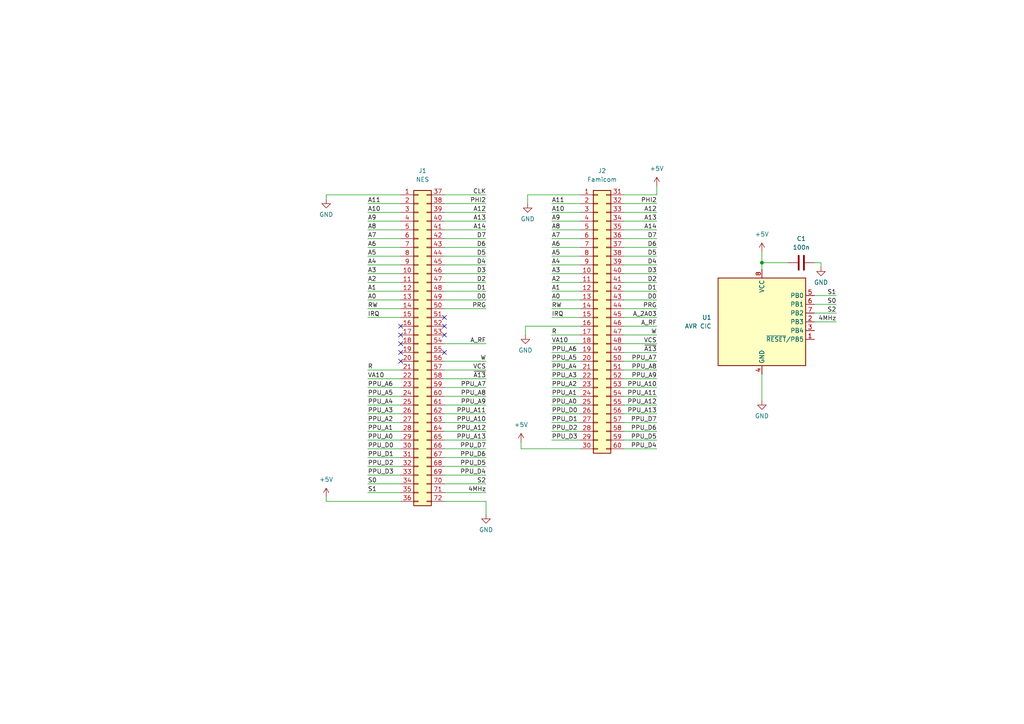
<source format=kicad_sch>
(kicad_sch (version 20211123) (generator eeschema)
  (paper "A4")
  (title_block (title "Famicom to NES Adapter") (date "2022-11-17") (rev "Rev 1.2") (company "Yaroslav Veremenko"))
  (lib_symbols
    (symbol "Connector_Generic:Conn_02x30_Top_Bottom" (pin_names (offset 1.016) hide)
      (property "Reference" "J" (at 1.27 38.1 0))
      (property "Value" "Conn_02x30_Top_Bottom" (at 1.27 -40.64 0))
      (symbol "Conn_02x30_Top_Bottom_1_1"
        (rectangle (start -1.27 -37.973) (end 0 -38.227) (stroke (width 0.1524)))
        (rectangle (start -1.27 -35.433) (end 0 -35.687) (stroke (width 0.1524)))
        (rectangle (start -1.27 -32.893) (end 0 -33.147) (stroke (width 0.1524)))
        (rectangle (start -1.27 -30.353) (end 0 -30.607) (stroke (width 0.1524)))
        (rectangle (start -1.27 -27.813) (end 0 -28.067) (stroke (width 0.1524)))
        (rectangle (start -1.27 -25.273) (end 0 -25.527) (stroke (width 0.1524)))
        (rectangle (start -1.27 -22.733) (end 0 -22.987) (stroke (width 0.1524)))
        (rectangle (start -1.27 -20.193) (end 0 -20.447) (stroke (width 0.1524)))
        (rectangle (start -1.27 -17.653) (end 0 -17.907) (stroke (width 0.1524)))
        (rectangle (start -1.27 -15.113) (end 0 -15.367) (stroke (width 0.1524)))
        (rectangle (start -1.27 -12.573) (end 0 -12.827) (stroke (width 0.1524)))
        (rectangle (start -1.27 -10.033) (end 0 -10.287) (stroke (width 0.1524)))
        (rectangle (start -1.27 -7.493) (end 0 -7.747) (stroke (width 0.1524)))
        (rectangle (start -1.27 -4.953) (end 0 -5.207) (stroke (width 0.1524)))
        (rectangle (start -1.27 -2.413) (end 0 -2.667) (stroke (width 0.1524)))
        (rectangle (start -1.27 0.127) (end 0 -0.127) (stroke (width 0.1524)))
        (rectangle (start -1.27 2.667) (end 0 2.413) (stroke (width 0.1524)))
        (rectangle (start -1.27 5.207) (end 0 4.953) (stroke (width 0.1524)))
        (rectangle (start -1.27 7.747) (end 0 7.493) (stroke (width 0.1524)))
        (rectangle (start -1.27 10.287) (end 0 10.033) (stroke (width 0.1524)))
        (rectangle (start -1.27 12.827) (end 0 12.573) (stroke (width 0.1524)))
        (rectangle (start -1.27 15.367) (end 0 15.113) (stroke (width 0.1524)))
        (rectangle (start -1.27 17.907) (end 0 17.653) (stroke (width 0.1524)))
        (rectangle (start -1.27 20.447) (end 0 20.193) (stroke (width 0.1524)))
        (rectangle (start -1.27 22.987) (end 0 22.733) (stroke (width 0.1524)))
        (rectangle (start -1.27 25.527) (end 0 25.273) (stroke (width 0.1524)))
        (rectangle (start -1.27 28.067) (end 0 27.813) (stroke (width 0.1524)))
        (rectangle (start -1.27 30.607) (end 0 30.353) (stroke (width 0.1524)))
        (rectangle (start -1.27 33.147) (end 0 32.893) (stroke (width 0.1524)))
        (rectangle (start -1.27 35.687) (end 0 35.433) (stroke (width 0.1524)))
        (rectangle (start -1.27 36.83) (end 3.81 -39.37) (stroke (width 0.254)) (fill (type background)))
        (rectangle (start 3.81 -37.973) (end 2.54 -38.227) (stroke (width 0.1524)))
        (rectangle (start 3.81 -35.433) (end 2.54 -35.687) (stroke (width 0.1524)))
        (rectangle (start 3.81 -32.893) (end 2.54 -33.147) (stroke (width 0.1524)))
        (rectangle (start 3.81 -30.353) (end 2.54 -30.607) (stroke (width 0.1524)))
        (rectangle (start 3.81 -27.813) (end 2.54 -28.067) (stroke (width 0.1524)))
        (rectangle (start 3.81 -25.273) (end 2.54 -25.527) (stroke (width 0.1524)))
        (rectangle (start 3.81 -22.733) (end 2.54 -22.987) (stroke (width 0.1524)))
        (rectangle (start 3.81 -20.193) (end 2.54 -20.447) (stroke (width 0.1524)))
        (rectangle (start 3.81 -17.653) (end 2.54 -17.907) (stroke (width 0.1524)))
        (rectangle (start 3.81 -15.113) (end 2.54 -15.367) (stroke (width 0.1524)))
        (rectangle (start 3.81 -12.573) (end 2.54 -12.827) (stroke (width 0.1524)))
        (rectangle (start 3.81 -10.033) (end 2.54 -10.287) (stroke (width 0.1524)))
        (rectangle (start 3.81 -7.493) (end 2.54 -7.747) (stroke (width 0.1524)))
        (rectangle (start 3.81 -4.953) (end 2.54 -5.207) (stroke (width 0.1524)))
        (rectangle (start 3.81 -2.413) (end 2.54 -2.667) (stroke (width 0.1524)))
        (rectangle (start 3.81 0.127) (end 2.54 -0.127) (stroke (width 0.1524)))
        (rectangle (start 3.81 2.667) (end 2.54 2.413) (stroke (width 0.1524)))
        (rectangle (start 3.81 5.207) (end 2.54 4.953) (stroke (width 0.1524)))
        (rectangle (start 3.81 7.747) (end 2.54 7.493) (stroke (width 0.1524)))
        (rectangle (start 3.81 10.287) (end 2.54 10.033) (stroke (width 0.1524)))
        (rectangle (start 3.81 12.827) (end 2.54 12.573) (stroke (width 0.1524)))
        (rectangle (start 3.81 15.367) (end 2.54 15.113) (stroke (width 0.1524)))
        (rectangle (start 3.81 17.907) (end 2.54 17.653) (stroke (width 0.1524)))
        (rectangle (start 3.81 20.447) (end 2.54 20.193) (stroke (width 0.1524)))
        (rectangle (start 3.81 22.987) (end 2.54 22.733) (stroke (width 0.1524)))
        (rectangle (start 3.81 25.527) (end 2.54 25.273) (stroke (width 0.1524)))
        (rectangle (start 3.81 28.067) (end 2.54 27.813) (stroke (width 0.1524)))
        (rectangle (start 3.81 30.607) (end 2.54 30.353) (stroke (width 0.1524)))
        (rectangle (start 3.81 33.147) (end 2.54 32.893) (stroke (width 0.1524)))
        (rectangle (start 3.81 35.687) (end 2.54 35.433) (stroke (width 0.1524)))
        (pin passive line (at -5.08 35.56 0) (length 3.81) (name "Pin_1") (number "1"))
        (pin passive line (at -5.08 12.7 0) (length 3.81) (name "Pin_10") (number "10"))
        (pin passive line (at -5.08 10.16 0) (length 3.81) (name "Pin_11") (number "11"))
        (pin passive line (at -5.08 7.62 0) (length 3.81) (name "Pin_12") (number "12"))
        (pin passive line (at -5.08 5.08 0) (length 3.81) (name "Pin_13") (number "13"))
        (pin passive line (at -5.08 2.54 0) (length 3.81) (name "Pin_14") (number "14"))
        (pin passive line (at -5.08 0 0) (length 3.81) (name "Pin_15") (number "15"))
        (pin passive line (at -5.08 -2.54 0) (length 3.81) (name "Pin_16") (number "16"))
        (pin passive line (at -5.08 -5.08 0) (length 3.81) (name "Pin_17") (number "17"))
        (pin passive line (at -5.08 -7.62 0) (length 3.81) (name "Pin_18") (number "18"))
        (pin passive line (at -5.08 -10.16 0) (length 3.81) (name "Pin_19") (number "19"))
        (pin passive line (at -5.08 33.02 0) (length 3.81) (name "Pin_2") (number "2"))
        (pin passive line (at -5.08 -12.7 0) (length 3.81) (name "Pin_20") (number "20"))
        (pin passive line (at -5.08 -15.24 0) (length 3.81) (name "Pin_21") (number "21"))
        (pin passive line (at -5.08 -17.78 0) (length 3.81) (name "Pin_22") (number "22"))
        (pin passive line (at -5.08 -20.32 0) (length 3.81) (name "Pin_23") (number "23"))
        (pin passive line (at -5.08 -22.86 0) (length 3.81) (name "Pin_24") (number "24"))
        (pin passive line (at -5.08 -25.4 0) (length 3.81) (name "Pin_25") (number "25"))
        (pin passive line (at -5.08 -27.94 0) (length 3.81) (name "Pin_26") (number "26"))
        (pin passive line (at -5.08 -30.48 0) (length 3.81) (name "Pin_27") (number "27"))
        (pin passive line (at -5.08 -33.02 0) (length 3.81) (name "Pin_28") (number "28"))
        (pin passive line (at -5.08 -35.56 0) (length 3.81) (name "Pin_29") (number "29"))
        (pin passive line (at -5.08 30.48 0) (length 3.81) (name "Pin_3") (number "3"))
        (pin passive line (at -5.08 -38.1 0) (length 3.81) (name "Pin_30") (number "30"))
        (pin passive line (at 7.62 35.56 180) (length 3.81) (name "Pin_31") (number "31"))
        (pin passive line (at 7.62 33.02 180) (length 3.81) (name "Pin_32") (number "32"))
        (pin passive line (at 7.62 30.48 180) (length 3.81) (name "Pin_33") (number "33"))
        (pin passive line (at 7.62 27.94 180) (length 3.81) (name "Pin_34") (number "34"))
        (pin passive line (at 7.62 25.4 180) (length 3.81) (name "Pin_35") (number "35"))
        (pin passive line (at 7.62 22.86 180) (length 3.81) (name "Pin_36") (number "36"))
        (pin passive line (at 7.62 20.32 180) (length 3.81) (name "Pin_37") (number "37"))
        (pin passive line (at 7.62 17.78 180) (length 3.81) (name "Pin_38") (number "38"))
        (pin passive line (at 7.62 15.24 180) (length 3.81) (name "Pin_39") (number "39"))
        (pin passive line (at -5.08 27.94 0) (length 3.81) (name "Pin_4") (number "4"))
        (pin passive line (at 7.62 12.7 180) (length 3.81) (name "Pin_40") (number "40"))
        (pin passive line (at 7.62 10.16 180) (length 3.81) (name "Pin_41") (number "41"))
        (pin passive line (at 7.62 7.62 180) (length 3.81) (name "Pin_42") (number "42"))
        (pin passive line (at 7.62 5.08 180) (length 3.81) (name "Pin_43") (number "43"))
        (pin passive line (at 7.62 2.54 180) (length 3.81) (name "Pin_44") (number "44"))
        (pin passive line (at 7.62 0 180) (length 3.81) (name "Pin_45") (number "45"))
        (pin passive line (at 7.62 -2.54 180) (length 3.81) (name "Pin_46") (number "46"))
        (pin passive line (at 7.62 -5.08 180) (length 3.81) (name "Pin_47") (number "47"))
        (pin passive line (at 7.62 -7.62 180) (length 3.81) (name "Pin_48") (number "48"))
        (pin passive line (at 7.62 -10.16 180) (length 3.81) (name "Pin_49") (number "49"))
        (pin passive line (at -5.08 25.4 0) (length 3.81) (name "Pin_5") (number "5"))
        (pin passive line (at 7.62 -12.7 180) (length 3.81) (name "Pin_50") (number "50"))
        (pin passive line (at 7.62 -15.24 180) (length 3.81) (name "Pin_51") (number "51"))
        (pin passive line (at 7.62 -17.78 180) (length 3.81) (name "Pin_52") (number "52"))
        (pin passive line (at 7.62 -20.32 180) (length 3.81) (name "Pin_53") (number "53"))
        (pin passive line (at 7.62 -22.86 180) (length 3.81) (name "Pin_54") (number "54"))
        (pin passive line (at 7.62 -25.4 180) (length 3.81) (name "Pin_55") (number "55"))
        (pin passive line (at 7.62 -27.94 180) (length 3.81) (name "Pin_56") (number "56"))
        (pin passive line (at 7.62 -30.48 180) (length 3.81) (name "Pin_57") (number "57"))
        (pin passive line (at 7.62 -33.02 180) (length 3.81) (name "Pin_58") (number "58"))
        (pin passive line (at 7.62 -35.56 180) (length 3.81) (name "Pin_59") (number "59"))
        (pin passive line (at -5.08 22.86 0) (length 3.81) (name "Pin_6") (number "6"))
        (pin passive line (at 7.62 -38.1 180) (length 3.81) (name "Pin_60") (number "60"))
        (pin passive line (at -5.08 20.32 0) (length 3.81) (name "Pin_7") (number "7"))
        (pin passive line (at -5.08 17.78 0) (length 3.81) (name "Pin_8") (number "8"))
        (pin passive line (at -5.08 15.24 0) (length 3.81) (name "Pin_9") (number "9"))
      )
    )
    (symbol "Connector_Generic:Conn_02x36_Top_Bottom" (pin_names (offset 1.016) hide)
      (property "Reference" "J" (at 1.27 45.72 0))
      (property "Value" "Conn_02x36_Top_Bottom" (at 1.27 -48.26 0))
      (symbol "Conn_02x36_Top_Bottom_1_1"
        (rectangle (start -1.27 -45.593) (end 0 -45.847) (stroke (width 0.1524)))
        (rectangle (start -1.27 -43.053) (end 0 -43.307) (stroke (width 0.1524)))
        (rectangle (start -1.27 -40.513) (end 0 -40.767) (stroke (width 0.1524)))
        (rectangle (start -1.27 -37.973) (end 0 -38.227) (stroke (width 0.1524)))
        (rectangle (start -1.27 -35.433) (end 0 -35.687) (stroke (width 0.1524)))
        (rectangle (start -1.27 -32.893) (end 0 -33.147) (stroke (width 0.1524)))
        (rectangle (start -1.27 -30.353) (end 0 -30.607) (stroke (width 0.1524)))
        (rectangle (start -1.27 -27.813) (end 0 -28.067) (stroke (width 0.1524)))
        (rectangle (start -1.27 -25.273) (end 0 -25.527) (stroke (width 0.1524)))
        (rectangle (start -1.27 -22.733) (end 0 -22.987) (stroke (width 0.1524)))
        (rectangle (start -1.27 -20.193) (end 0 -20.447) (stroke (width 0.1524)))
        (rectangle (start -1.27 -17.653) (end 0 -17.907) (stroke (width 0.1524)))
        (rectangle (start -1.27 -15.113) (end 0 -15.367) (stroke (width 0.1524)))
        (rectangle (start -1.27 -12.573) (end 0 -12.827) (stroke (width 0.1524)))
        (rectangle (start -1.27 -10.033) (end 0 -10.287) (stroke (width 0.1524)))
        (rectangle (start -1.27 -7.493) (end 0 -7.747) (stroke (width 0.1524)))
        (rectangle (start -1.27 -4.953) (end 0 -5.207) (stroke (width 0.1524)))
        (rectangle (start -1.27 -2.413) (end 0 -2.667) (stroke (width 0.1524)))
        (rectangle (start -1.27 0.127) (end 0 -0.127) (stroke (width 0.1524)))
        (rectangle (start -1.27 2.667) (end 0 2.413) (stroke (width 0.1524)))
        (rectangle (start -1.27 5.207) (end 0 4.953) (stroke (width 0.1524)))
        (rectangle (start -1.27 7.747) (end 0 7.493) (stroke (width 0.1524)))
        (rectangle (start -1.27 10.287) (end 0 10.033) (stroke (width 0.1524)))
        (rectangle (start -1.27 12.827) (end 0 12.573) (stroke (width 0.1524)))
        (rectangle (start -1.27 15.367) (end 0 15.113) (stroke (width 0.1524)))
        (rectangle (start -1.27 17.907) (end 0 17.653) (stroke (width 0.1524)))
        (rectangle (start -1.27 20.447) (end 0 20.193) (stroke (width 0.1524)))
        (rectangle (start -1.27 22.987) (end 0 22.733) (stroke (width 0.1524)))
        (rectangle (start -1.27 25.527) (end 0 25.273) (stroke (width 0.1524)))
        (rectangle (start -1.27 28.067) (end 0 27.813) (stroke (width 0.1524)))
        (rectangle (start -1.27 30.607) (end 0 30.353) (stroke (width 0.1524)))
        (rectangle (start -1.27 33.147) (end 0 32.893) (stroke (width 0.1524)))
        (rectangle (start -1.27 35.687) (end 0 35.433) (stroke (width 0.1524)))
        (rectangle (start -1.27 38.227) (end 0 37.973) (stroke (width 0.1524)))
        (rectangle (start -1.27 40.767) (end 0 40.513) (stroke (width 0.1524)))
        (rectangle (start -1.27 43.307) (end 0 43.053) (stroke (width 0.1524)))
        (rectangle (start -1.27 44.45) (end 3.81 -46.99) (stroke (width 0.254)) (fill (type background)))
        (rectangle (start 3.81 -45.593) (end 2.54 -45.847) (stroke (width 0.1524)))
        (rectangle (start 3.81 -43.053) (end 2.54 -43.307) (stroke (width 0.1524)))
        (rectangle (start 3.81 -40.513) (end 2.54 -40.767) (stroke (width 0.1524)))
        (rectangle (start 3.81 -37.973) (end 2.54 -38.227) (stroke (width 0.1524)))
        (rectangle (start 3.81 -35.433) (end 2.54 -35.687) (stroke (width 0.1524)))
        (rectangle (start 3.81 -32.893) (end 2.54 -33.147) (stroke (width 0.1524)))
        (rectangle (start 3.81 -30.353) (end 2.54 -30.607) (stroke (width 0.1524)))
        (rectangle (start 3.81 -27.813) (end 2.54 -28.067) (stroke (width 0.1524)))
        (rectangle (start 3.81 -25.273) (end 2.54 -25.527) (stroke (width 0.1524)))
        (rectangle (start 3.81 -22.733) (end 2.54 -22.987) (stroke (width 0.1524)))
        (rectangle (start 3.81 -20.193) (end 2.54 -20.447) (stroke (width 0.1524)))
        (rectangle (start 3.81 -17.653) (end 2.54 -17.907) (stroke (width 0.1524)))
        (rectangle (start 3.81 -15.113) (end 2.54 -15.367) (stroke (width 0.1524)))
        (rectangle (start 3.81 -12.573) (end 2.54 -12.827) (stroke (width 0.1524)))
        (rectangle (start 3.81 -10.033) (end 2.54 -10.287) (stroke (width 0.1524)))
        (rectangle (start 3.81 -7.493) (end 2.54 -7.747) (stroke (width 0.1524)))
        (rectangle (start 3.81 -4.953) (end 2.54 -5.207) (stroke (width 0.1524)))
        (rectangle (start 3.81 -2.413) (end 2.54 -2.667) (stroke (width 0.1524)))
        (rectangle (start 3.81 0.127) (end 2.54 -0.127) (stroke (width 0.1524)))
        (rectangle (start 3.81 2.667) (end 2.54 2.413) (stroke (width 0.1524)))
        (rectangle (start 3.81 5.207) (end 2.54 4.953) (stroke (width 0.1524)))
        (rectangle (start 3.81 7.747) (end 2.54 7.493) (stroke (width 0.1524)))
        (rectangle (start 3.81 10.287) (end 2.54 10.033) (stroke (width 0.1524)))
        (rectangle (start 3.81 12.827) (end 2.54 12.573) (stroke (width 0.1524)))
        (rectangle (start 3.81 15.367) (end 2.54 15.113) (stroke (width 0.1524)))
        (rectangle (start 3.81 17.907) (end 2.54 17.653) (stroke (width 0.1524)))
        (rectangle (start 3.81 20.447) (end 2.54 20.193) (stroke (width 0.1524)))
        (rectangle (start 3.81 22.987) (end 2.54 22.733) (stroke (width 0.1524)))
        (rectangle (start 3.81 25.527) (end 2.54 25.273) (stroke (width 0.1524)))
        (rectangle (start 3.81 28.067) (end 2.54 27.813) (stroke (width 0.1524)))
        (rectangle (start 3.81 30.607) (end 2.54 30.353) (stroke (width 0.1524)))
        (rectangle (start 3.81 33.147) (end 2.54 32.893) (stroke (width 0.1524)))
        (rectangle (start 3.81 35.687) (end 2.54 35.433) (stroke (width 0.1524)))
        (rectangle (start 3.81 38.227) (end 2.54 37.973) (stroke (width 0.1524)))
        (rectangle (start 3.81 40.767) (end 2.54 40.513) (stroke (width 0.1524)))
        (rectangle (start 3.81 43.307) (end 2.54 43.053) (stroke (width 0.1524)))
        (pin passive line (at -5.08 43.18 0) (length 3.81) (name "Pin_1") (number "1"))
        (pin passive line (at -5.08 20.32 0) (length 3.81) (name "Pin_10") (number "10"))
        (pin passive line (at -5.08 17.78 0) (length 3.81) (name "Pin_11") (number "11"))
        (pin passive line (at -5.08 15.24 0) (length 3.81) (name "Pin_12") (number "12"))
        (pin passive line (at -5.08 12.7 0) (length 3.81) (name "Pin_13") (number "13"))
        (pin passive line (at -5.08 10.16 0) (length 3.81) (name "Pin_14") (number "14"))
        (pin passive line (at -5.08 7.62 0) (length 3.81) (name "Pin_15") (number "15"))
        (pin passive line (at -5.08 5.08 0) (length 3.81) (name "Pin_16") (number "16"))
        (pin passive line (at -5.08 2.54 0) (length 3.81) (name "Pin_17") (number "17"))
        (pin passive line (at -5.08 0 0) (length 3.81) (name "Pin_18") (number "18"))
        (pin passive line (at -5.08 -2.54 0) (length 3.81) (name "Pin_19") (number "19"))
        (pin passive line (at -5.08 40.64 0) (length 3.81) (name "Pin_2") (number "2"))
        (pin passive line (at -5.08 -5.08 0) (length 3.81) (name "Pin_20") (number "20"))
        (pin passive line (at -5.08 -7.62 0) (length 3.81) (name "Pin_21") (number "21"))
        (pin passive line (at -5.08 -10.16 0) (length 3.81) (name "Pin_22") (number "22"))
        (pin passive line (at -5.08 -12.7 0) (length 3.81) (name "Pin_23") (number "23"))
        (pin passive line (at -5.08 -15.24 0) (length 3.81) (name "Pin_24") (number "24"))
        (pin passive line (at -5.08 -17.78 0) (length 3.81) (name "Pin_25") (number "25"))
        (pin passive line (at -5.08 -20.32 0) (length 3.81) (name "Pin_26") (number "26"))
        (pin passive line (at -5.08 -22.86 0) (length 3.81) (name "Pin_27") (number "27"))
        (pin passive line (at -5.08 -25.4 0) (length 3.81) (name "Pin_28") (number "28"))
        (pin passive line (at -5.08 -27.94 0) (length 3.81) (name "Pin_29") (number "29"))
        (pin passive line (at -5.08 38.1 0) (length 3.81) (name "Pin_3") (number "3"))
        (pin passive line (at -5.08 -30.48 0) (length 3.81) (name "Pin_30") (number "30"))
        (pin passive line (at -5.08 -33.02 0) (length 3.81) (name "Pin_31") (number "31"))
        (pin passive line (at -5.08 -35.56 0) (length 3.81) (name "Pin_32") (number "32"))
        (pin passive line (at -5.08 -38.1 0) (length 3.81) (name "Pin_33") (number "33"))
        (pin passive line (at -5.08 -40.64 0) (length 3.81) (name "Pin_34") (number "34"))
        (pin passive line (at -5.08 -43.18 0) (length 3.81) (name "Pin_35") (number "35"))
        (pin passive line (at -5.08 -45.72 0) (length 3.81) (name "Pin_36") (number "36"))
        (pin passive line (at 7.62 43.18 180) (length 3.81) (name "Pin_37") (number "37"))
        (pin passive line (at 7.62 40.64 180) (length 3.81) (name "Pin_38") (number "38"))
        (pin passive line (at 7.62 38.1 180) (length 3.81) (name "Pin_39") (number "39"))
        (pin passive line (at -5.08 35.56 0) (length 3.81) (name "Pin_4") (number "4"))
        (pin passive line (at 7.62 35.56 180) (length 3.81) (name "Pin_40") (number "40"))
        (pin passive line (at 7.62 33.02 180) (length 3.81) (name "Pin_41") (number "41"))
        (pin passive line (at 7.62 30.48 180) (length 3.81) (name "Pin_42") (number "42"))
        (pin passive line (at 7.62 27.94 180) (length 3.81) (name "Pin_43") (number "43"))
        (pin passive line (at 7.62 25.4 180) (length 3.81) (name "Pin_44") (number "44"))
        (pin passive line (at 7.62 22.86 180) (length 3.81) (name "Pin_45") (number "45"))
        (pin passive line (at 7.62 20.32 180) (length 3.81) (name "Pin_46") (number "46"))
        (pin passive line (at 7.62 17.78 180) (length 3.81) (name "Pin_47") (number "47"))
        (pin passive line (at 7.62 15.24 180) (length 3.81) (name "Pin_48") (number "48"))
        (pin passive line (at 7.62 12.7 180) (length 3.81) (name "Pin_49") (number "49"))
        (pin passive line (at -5.08 33.02 0) (length 3.81) (name "Pin_5") (number "5"))
        (pin passive line (at 7.62 10.16 180) (length 3.81) (name "Pin_50") (number "50"))
        (pin passive line (at 7.62 7.62 180) (length 3.81) (name "Pin_51") (number "51"))
        (pin passive line (at 7.62 5.08 180) (length 3.81) (name "Pin_52") (number "52"))
        (pin passive line (at 7.62 2.54 180) (length 3.81) (name "Pin_53") (number "53"))
        (pin passive line (at 7.62 0 180) (length 3.81) (name "Pin_54") (number "54"))
        (pin passive line (at 7.62 -2.54 180) (length 3.81) (name "Pin_55") (number "55"))
        (pin passive line (at 7.62 -5.08 180) (length 3.81) (name "Pin_56") (number "56"))
        (pin passive line (at 7.62 -7.62 180) (length 3.81) (name "Pin_57") (number "57"))
        (pin passive line (at 7.62 -10.16 180) (length 3.81) (name "Pin_58") (number "58"))
        (pin passive line (at 7.62 -12.7 180) (length 3.81) (name "Pin_59") (number "59"))
        (pin passive line (at -5.08 30.48 0) (length 3.81) (name "Pin_6") (number "6"))
        (pin passive line (at 7.62 -15.24 180) (length 3.81) (name "Pin_60") (number "60"))
        (pin passive line (at 7.62 -17.78 180) (length 3.81) (name "Pin_61") (number "61"))
        (pin passive line (at 7.62 -20.32 180) (length 3.81) (name "Pin_62") (number "62"))
        (pin passive line (at 7.62 -22.86 180) (length 3.81) (name "Pin_63") (number "63"))
        (pin passive line (at 7.62 -25.4 180) (length 3.81) (name "Pin_64") (number "64"))
        (pin passive line (at 7.62 -27.94 180) (length 3.81) (name "Pin_65") (number "65"))
        (pin passive line (at 7.62 -30.48 180) (length 3.81) (name "Pin_66") (number "66"))
        (pin passive line (at 7.62 -33.02 180) (length 3.81) (name "Pin_67") (number "67"))
        (pin passive line (at 7.62 -35.56 180) (length 3.81) (name "Pin_68") (number "68"))
        (pin passive line (at 7.62 -38.1 180) (length 3.81) (name "Pin_69") (number "69"))
        (pin passive line (at -5.08 27.94 0) (length 3.81) (name "Pin_7") (number "7"))
        (pin passive line (at 7.62 -40.64 180) (length 3.81) (name "Pin_70") (number "70"))
        (pin passive line (at 7.62 -43.18 180) (length 3.81) (name "Pin_71") (number "71"))
        (pin passive line (at 7.62 -45.72 180) (length 3.81) (name "Pin_72") (number "72"))
        (pin passive line (at -5.08 25.4 0) (length 3.81) (name "Pin_8") (number "8"))
        (pin passive line (at -5.08 22.86 0) (length 3.81) (name "Pin_9") (number "9"))
      )
    )
    (symbol "Device:C" (pin_numbers hide) (pin_names (offset 0.254))
      (property "Reference" "C" (at 0.635 2.54 0))
      (property "Value" "C" (at 0.635 -2.54 0))
      (symbol "C_0_1"
        (polyline (pts (xy -2.032 -0.762) (xy 2.032 -0.762)) (stroke (width 0.508)))
        (polyline (pts (xy -2.032 0.762) (xy 2.032 0.762)) (stroke (width 0.508)))
      )
      (symbol "C_1_1"
        (pin passive line (at 0 3.81 270) (length 2.794) (name "~") (number "1"))
        (pin passive line (at 0 -3.81 90) (length 2.794) (name "~") (number "2"))
      )
    )
    (symbol "MCU_Microchip_ATtiny:ATtiny13A-P"
      (property "Reference" "U" (at -12.7 13.97 0))
      (property "Value" "ATtiny13A-P" (at 2.54 -13.97 0))
      (symbol "ATtiny13A-P_0_1"
        (rectangle (start -12.7 -12.7) (end 12.7 12.7) (stroke (width 0.254)) (fill (type background)))
      )
      (symbol "ATtiny13A-P_1_1"
        (pin bidirectional line (at 15.24 -5.08 180) (length 2.54) (name "~{RESET}/PB5") (number "1"))
        (pin bidirectional line (at 15.24 0 180) (length 2.54) (name "PB3") (number "2"))
        (pin bidirectional line (at 15.24 -2.54 180) (length 2.54) (name "PB4") (number "3"))
        (pin power_in line (at 0 -15.24 90) (length 2.54) (name "GND") (number "4"))
        (pin bidirectional line (at 15.24 7.62 180) (length 2.54) (name "PB0") (number "5"))
        (pin bidirectional line (at 15.24 5.08 180) (length 2.54) (name "PB1") (number "6"))
        (pin bidirectional line (at 15.24 2.54 180) (length 2.54) (name "PB2") (number "7"))
        (pin power_in line (at 0 15.24 270) (length 2.54) (name "VCC") (number "8"))
      )
    )
    (symbol "power:+5V" (power) (pin_names (offset 0))
      (property "Value" "+5V" (at 0 3.556 0))
      (symbol "+5V_0_1"
        (polyline (pts (xy -0.762 1.27) (xy 0 2.54)))
        (polyline (pts (xy 0 0) (xy 0 2.54)))
        (polyline (pts (xy 0 2.54) (xy 0.762 1.27)))
      )
      (symbol "+5V_1_1"
        (pin power_in line (at 0 0 90) (length 0) hide (name "+5V") (number "1"))
      )
    )
    (symbol "power:GND" (power) (pin_names (offset 0))
      (property "Value" "GND" (at 0 -3.81 0))
      (symbol "GND_0_1"
        (polyline (pts (xy 0 0) (xy 0 -1.27) (xy 1.27 -1.27) (xy 0 -2.54) (xy -1.27 -1.27) (xy 0 -1.27)))
      )
      (symbol "GND_1_1"
        (pin power_in line (at 0 0 270) (length 0) hide (name "GND") (number "1"))
      )
    )
  )
  (junction (at 220.98 76.2))
  (no_connect (at 116.205 94.615))
  (no_connect (at 116.205 104.775))
  (no_connect (at 116.205 102.235))
  (no_connect (at 116.205 99.695))
  (no_connect (at 116.205 97.155))
  (no_connect (at 128.905 102.235))
  (no_connect (at 128.905 92.075))
  (no_connect (at 128.905 97.155))
  (no_connect (at 128.905 94.615))
  (wire (pts (xy 180.975 112.395) (xy 190.5 112.395)))
  (wire (pts (xy 160.02 92.075) (xy 168.275 92.075)))
  (wire (pts (xy 220.98 76.2) (xy 228.6 76.2)))
  (wire (pts (xy 128.905 132.715) (xy 140.97 132.715)))
  (wire (pts (xy 106.68 92.075) (xy 116.205 92.075)))
  (wire (pts (xy 180.975 89.535) (xy 190.5 89.535)))
  (wire (pts (xy 128.905 145.415) (xy 140.97 145.415)))
  (wire (pts (xy 180.975 81.915) (xy 190.5 81.915)))
  (wire (pts (xy 180.975 114.935) (xy 190.5 114.935)))
  (wire (pts (xy 106.68 69.215) (xy 116.205 69.215)))
  (wire (pts (xy 180.975 59.055) (xy 190.5 59.055)))
  (wire (pts (xy 140.97 145.415) (xy 140.97 149.225)))
  (wire (pts (xy 128.905 117.475) (xy 140.97 117.475)))
  (wire (pts (xy 160.02 107.315) (xy 168.275 107.315)))
  (wire (pts (xy 128.905 76.835) (xy 140.97 76.835)))
  (wire (pts (xy 128.905 109.855) (xy 140.97 109.855)))
  (wire (pts (xy 220.98 108.585) (xy 220.98 116.205)))
  (wire (pts (xy 180.975 102.235) (xy 190.5 102.235)))
  (wire (pts (xy 180.975 66.675) (xy 190.5 66.675)))
  (wire (pts (xy 160.02 84.455) (xy 168.275 84.455)))
  (wire (pts (xy 151.13 130.175) (xy 168.275 130.175)))
  (wire (pts (xy 160.02 127.635) (xy 168.275 127.635)))
  (wire (pts (xy 180.975 127.635) (xy 190.5 127.635)))
  (wire (pts (xy 128.905 112.395) (xy 140.97 112.395)))
  (wire (pts (xy 128.905 99.695) (xy 140.97 99.695)))
  (wire (pts (xy 128.905 89.535) (xy 140.97 89.535)))
  (wire (pts (xy 106.68 79.375) (xy 116.205 79.375)))
  (wire (pts (xy 151.13 128.27) (xy 151.13 130.175)))
  (wire (pts (xy 238.125 76.2) (xy 238.125 77.47)))
  (wire (pts (xy 94.615 145.415) (xy 94.615 144.145)))
  (wire (pts (xy 160.02 76.835) (xy 168.275 76.835)))
  (wire (pts (xy 180.975 125.095) (xy 190.5 125.095)))
  (wire (pts (xy 94.615 57.785) (xy 94.615 56.515)))
  (wire (pts (xy 106.68 120.015) (xy 116.205 120.015)))
  (wire (pts (xy 180.975 76.835) (xy 190.5 76.835)))
  (wire (pts (xy 180.975 79.375) (xy 190.5 79.375)))
  (wire (pts (xy 106.68 59.055) (xy 116.205 59.055)))
  (wire (pts (xy 128.905 56.515) (xy 140.97 56.515)))
  (wire (pts (xy 128.905 81.915) (xy 140.97 81.915)))
  (wire (pts (xy 180.975 99.695) (xy 190.5 99.695)))
  (wire (pts (xy 160.02 104.775) (xy 168.275 104.775)))
  (wire (pts (xy 160.02 66.675) (xy 168.275 66.675)))
  (wire (pts (xy 180.975 64.135) (xy 190.5 64.135)))
  (wire (pts (xy 94.615 56.515) (xy 116.205 56.515)))
  (wire (pts (xy 160.02 117.475) (xy 168.275 117.475)))
  (wire (pts (xy 180.975 109.855) (xy 190.5 109.855)))
  (wire (pts (xy 106.68 137.795) (xy 116.205 137.795)))
  (wire (pts (xy 106.68 76.835) (xy 116.205 76.835)))
  (wire (pts (xy 128.905 125.095) (xy 140.97 125.095)))
  (wire (pts (xy 128.905 122.555) (xy 140.97 122.555)))
  (wire (pts (xy 152.4 94.615) (xy 168.275 94.615)))
  (wire (pts (xy 94.615 145.415) (xy 116.205 145.415)))
  (wire (pts (xy 236.22 88.265) (xy 242.57 88.265)))
  (wire (pts (xy 236.22 93.345) (xy 242.57 93.345)))
  (wire (pts (xy 128.905 79.375) (xy 140.97 79.375)))
  (wire (pts (xy 106.68 122.555) (xy 116.205 122.555)))
  (wire (pts (xy 106.68 109.855) (xy 116.205 109.855)))
  (wire (pts (xy 106.68 140.335) (xy 116.205 140.335)))
  (wire (pts (xy 106.68 117.475) (xy 116.205 117.475)))
  (wire (pts (xy 180.975 97.155) (xy 190.5 97.155)))
  (wire (pts (xy 180.975 107.315) (xy 190.5 107.315)))
  (wire (pts (xy 190.5 56.515) (xy 180.975 56.515)))
  (wire (pts (xy 106.68 142.875) (xy 116.205 142.875)))
  (wire (pts (xy 128.905 140.335) (xy 140.97 140.335)))
  (wire (pts (xy 180.975 94.615) (xy 190.5 94.615)))
  (wire (pts (xy 180.975 117.475) (xy 190.5 117.475)))
  (wire (pts (xy 160.02 109.855) (xy 168.275 109.855)))
  (wire (pts (xy 180.975 61.595) (xy 190.5 61.595)))
  (wire (pts (xy 128.905 69.215) (xy 140.97 69.215)))
  (wire (pts (xy 160.02 61.595) (xy 168.275 61.595)))
  (wire (pts (xy 160.02 59.055) (xy 168.275 59.055)))
  (wire (pts (xy 180.975 92.075) (xy 190.5 92.075)))
  (wire (pts (xy 160.02 120.015) (xy 168.275 120.015)))
  (wire (pts (xy 128.905 104.775) (xy 140.97 104.775)))
  (wire (pts (xy 180.975 104.775) (xy 190.5 104.775)))
  (wire (pts (xy 180.975 120.015) (xy 190.5 120.015)))
  (wire (pts (xy 128.905 142.875) (xy 140.97 142.875)))
  (wire (pts (xy 160.02 89.535) (xy 168.275 89.535)))
  (wire (pts (xy 106.68 127.635) (xy 116.205 127.635)))
  (wire (pts (xy 106.68 107.315) (xy 116.205 107.315)))
  (wire (pts (xy 106.68 74.295) (xy 116.205 74.295)))
  (wire (pts (xy 106.68 86.995) (xy 116.205 86.995)))
  (wire (pts (xy 160.02 71.755) (xy 168.275 71.755)))
  (wire (pts (xy 106.68 84.455) (xy 116.205 84.455)))
  (wire (pts (xy 190.5 53.975) (xy 190.5 56.515)))
  (wire (pts (xy 106.68 89.535) (xy 116.205 89.535)))
  (wire (pts (xy 180.975 74.295) (xy 190.5 74.295)))
  (wire (pts (xy 160.02 81.915) (xy 168.275 81.915)))
  (wire (pts (xy 160.02 86.995) (xy 168.275 86.995)))
  (wire (pts (xy 160.02 64.135) (xy 168.275 64.135)))
  (wire (pts (xy 180.975 130.175) (xy 190.5 130.175)))
  (wire (pts (xy 180.975 86.995) (xy 190.5 86.995)))
  (wire (pts (xy 128.905 114.935) (xy 140.97 114.935)))
  (wire (pts (xy 128.905 66.675) (xy 140.97 66.675)))
  (wire (pts (xy 106.68 112.395) (xy 116.205 112.395)))
  (wire (pts (xy 106.68 135.255) (xy 116.205 135.255)))
  (wire (pts (xy 180.975 71.755) (xy 190.5 71.755)))
  (wire (pts (xy 160.02 112.395) (xy 168.275 112.395)))
  (wire (pts (xy 128.905 120.015) (xy 140.97 120.015)))
  (wire (pts (xy 160.02 125.095) (xy 168.275 125.095)))
  (wire (pts (xy 106.68 114.935) (xy 116.205 114.935)))
  (wire (pts (xy 160.02 79.375) (xy 168.275 79.375)))
  (wire (pts (xy 128.905 86.995) (xy 140.97 86.995)))
  (wire (pts (xy 236.22 85.725) (xy 242.57 85.725)))
  (wire (pts (xy 106.68 66.675) (xy 116.205 66.675)))
  (wire (pts (xy 160.02 102.235) (xy 168.275 102.235)))
  (wire (pts (xy 128.905 84.455) (xy 140.97 84.455)))
  (wire (pts (xy 220.98 73.025) (xy 220.98 76.2)))
  (wire (pts (xy 180.975 122.555) (xy 190.5 122.555)))
  (wire (pts (xy 236.22 90.805) (xy 242.57 90.805)))
  (wire (pts (xy 160.02 74.295) (xy 168.275 74.295)))
  (wire (pts (xy 128.905 127.635) (xy 140.97 127.635)))
  (wire (pts (xy 128.905 107.315) (xy 140.97 107.315)))
  (wire (pts (xy 152.4 94.615) (xy 152.4 97.155)))
  (wire (pts (xy 128.905 71.755) (xy 140.97 71.755)))
  (wire (pts (xy 160.02 69.215) (xy 168.275 69.215)))
  (wire (pts (xy 106.68 64.135) (xy 116.205 64.135)))
  (wire (pts (xy 128.905 64.135) (xy 140.97 64.135)))
  (wire (pts (xy 153.035 56.515) (xy 168.275 56.515)))
  (wire (pts (xy 180.975 84.455) (xy 190.5 84.455)))
  (wire (pts (xy 160.02 97.155) (xy 168.275 97.155)))
  (wire (pts (xy 106.68 125.095) (xy 116.205 125.095)))
  (wire (pts (xy 128.905 130.175) (xy 140.97 130.175)))
  (wire (pts (xy 128.905 61.595) (xy 140.97 61.595)))
  (wire (pts (xy 153.035 56.515) (xy 153.035 59.055)))
  (wire (pts (xy 128.905 137.795) (xy 140.97 137.795)))
  (wire (pts (xy 106.68 71.755) (xy 116.205 71.755)))
  (wire (pts (xy 160.02 114.935) (xy 168.275 114.935)))
  (wire (pts (xy 180.975 69.215) (xy 190.5 69.215)))
  (wire (pts (xy 128.905 135.255) (xy 140.97 135.255)))
  (wire (pts (xy 160.02 99.695) (xy 168.275 99.695)))
  (wire (pts (xy 106.68 132.715) (xy 116.205 132.715)))
  (wire (pts (xy 128.905 74.295) (xy 140.97 74.295)))
  (wire (pts (xy 236.22 76.2) (xy 238.125 76.2)))
  (wire (pts (xy 160.02 122.555) (xy 168.275 122.555)))
  (wire (pts (xy 106.68 130.175) (xy 116.205 130.175)))
  (wire (pts (xy 220.98 76.2) (xy 220.98 78.105)))
  (wire (pts (xy 106.68 61.595) (xy 116.205 61.595)))
  (wire (pts (xy 106.68 81.915) (xy 116.205 81.915)))
  (wire (pts (xy 128.905 59.055) (xy 140.97 59.055)))
  (label "A1" (at 106.68 84.455 0))
  (label "A5" (at 160.02 74.295 0))
  (label "D7" (at 140.97 69.215 180))
  (label "S1" (at 106.68 142.875 0))
  (label "A11" (at 106.68 59.055 0))
  (label "CLK" (at 140.97 56.515 180))
  (label "PPU_A9" (at 190.5 109.855 180))
  (label "A10" (at 160.02 61.595 0))
  (label "PPU_A1" (at 106.68 125.095 0))
  (label "R" (at 106.68 107.315 0))
  (label "PPU_A12" (at 190.5 117.475 180))
  (label "D3" (at 190.5 79.375 180))
  (label "A_RF" (at 190.5 94.615 180))
  (label "PPU_D6" (at 190.5 125.095 180))
  (label "PPU_A10" (at 140.97 122.555 180))
  (label "D6" (at 140.97 71.755 180))
  (label "PPU_D4" (at 140.97 137.795 180))
  (label "PPU_A11" (at 190.5 114.935 180))
  (label "D5" (at 190.5 74.295 180))
  (label "D6" (at 190.5 71.755 180))
  (label "D7" (at 190.5 69.215 180))
  (label "PHI2" (at 140.97 59.055 180))
  (label "PPU_D0" (at 106.68 130.175 0))
  (label "PPU_A5" (at 160.02 104.775 0))
  (label "A9" (at 106.68 64.135 0))
  (label "PPU_D4" (at 190.5 130.175 180))
  (label "A0" (at 160.02 86.995 0))
  (label "PPU_A1" (at 160.02 114.935 0))
  (label "4MHz" (at 242.57 93.345 180))
  (label "A7" (at 160.02 69.215 0))
  (label "D2" (at 140.97 81.915 180))
  (label "PPU_A7" (at 140.97 112.395 180))
  (label "D2" (at 190.5 81.915 180))
  (label "A6" (at 160.02 71.755 0))
  (label "PPU_D5" (at 190.5 127.635 180))
  (label "~{A13}" (at 190.5 102.235 180))
  (label "PPU_A8" (at 190.5 107.315 180))
  (label "S0" (at 242.57 88.265 180))
  (label "RW" (at 106.68 89.535 0))
  (label "D1" (at 140.97 84.455 180))
  (label "PPU_D1" (at 106.68 132.715 0))
  (label "A14" (at 140.97 66.675 180))
  (label "A3" (at 160.02 79.375 0))
  (label "A12" (at 190.5 61.595 180))
  (label "A10" (at 106.68 61.595 0))
  (label "A8" (at 160.02 66.675 0))
  (label "VA10" (at 106.68 109.855 0))
  (label "A11" (at 160.02 59.055 0))
  (label "S2" (at 242.57 90.805 180))
  (label "S2" (at 140.97 140.335 180))
  (label "PPU_D3" (at 160.02 127.635 0))
  (label "A13" (at 140.97 64.135 180))
  (label "R" (at 160.02 97.155 0))
  (label "D4" (at 190.5 76.835 180))
  (label "PPU_A0" (at 160.02 117.475 0))
  (label "PPU_D3" (at 106.68 137.795 0))
  (label "D0" (at 140.97 86.995 180))
  (label "PPU_A7" (at 190.5 104.775 180))
  (label "PPU_D0" (at 160.02 120.015 0))
  (label "D3" (at 140.97 79.375 180))
  (label "A13" (at 190.5 64.135 180))
  (label "~{A13}" (at 140.97 109.855 180))
  (label "PPU_A6" (at 106.68 112.395 0))
  (label "PPU_A4" (at 106.68 117.475 0))
  (label "S0" (at 106.68 140.335 0))
  (label "A2" (at 106.68 81.915 0))
  (label "D1" (at 190.5 84.455 180))
  (label "PRG" (at 190.5 89.535 180))
  (label "PPU_D1" (at 160.02 122.555 0))
  (label "A_2A03" (at 190.5 92.075 180))
  (label "4MHz" (at 140.97 142.875 180))
  (label "W" (at 190.5 97.155 180))
  (label "A1" (at 160.02 84.455 0))
  (label "PPU_A11" (at 140.97 120.015 180))
  (label "A6" (at 106.68 71.755 0))
  (label "A_RF" (at 140.97 99.695 180))
  (label "PPU_D6" (at 140.97 132.715 180))
  (label "PRG" (at 140.97 89.535 180))
  (label "A5" (at 106.68 74.295 0))
  (label "A4" (at 106.68 76.835 0))
  (label "IRQ" (at 160.02 92.075 0))
  (label "A7" (at 106.68 69.215 0))
  (label "PPU_A12" (at 140.97 125.095 180))
  (label "RW" (at 160.02 89.535 0))
  (label "A12" (at 140.97 61.595 180))
  (label "PPU_A9" (at 140.97 117.475 180))
  (label "PPU_D2" (at 106.68 135.255 0))
  (label "A3" (at 106.68 79.375 0))
  (label "PPU_A3" (at 160.02 109.855 0))
  (label "PPU_A3" (at 106.68 120.015 0))
  (label "PPU_D7" (at 190.5 122.555 180))
  (label "PPU_A2" (at 160.02 112.395 0))
  (label "D4" (at 140.97 76.835 180))
  (label "PPU_A8" (at 140.97 114.935 180))
  (label "A9" (at 160.02 64.135 0))
  (label "PHI2" (at 190.5 59.055 180))
  (label "IRQ" (at 106.68 92.075 0))
  (label "A0" (at 106.68 86.995 0))
  (label "D5" (at 140.97 74.295 180))
  (label "A14" (at 190.5 66.675 180))
  (label "S1" (at 242.57 85.725 180))
  (label "D0" (at 190.5 86.995 180))
  (label "PPU_D2" (at 160.02 125.095 0))
  (label "A4" (at 160.02 76.835 0))
  (label "PPU_A13" (at 140.97 127.635 180))
  (label "A2" (at 160.02 81.915 0))
  (label "VCS" (at 190.5 99.695 180))
  (label "VCS" (at 140.97 107.315 180))
  (label "PPU_A10" (at 190.5 112.395 180))
  (label "PPU_A6" (at 160.02 102.235 0))
  (label "A8" (at 106.68 66.675 0))
  (label "PPU_A2" (at 106.68 122.555 0))
  (label "PPU_D7" (at 140.97 130.175 180))
  (label "PPU_A5" (at 106.68 114.935 0))
  (label "W" (at 140.97 104.775 180))
  (label "PPU_A0" (at 106.68 127.635 0))
  (label "PPU_D5" (at 140.97 135.255 180))
  (label "PPU_A13" (at 190.5 120.015 180))
  (label "VA10" (at 160.02 99.695 0))
  (label "PPU_A4" (at 160.02 107.315 0))
  (symbol (lib_id "power:+5V") (at 151.13 128.27 0) (unit 1)
    (property "Reference" "#PWR08" (effects hide))
    (property "Value" "+5V" (at 151.13 123.19 0))
  )
  (symbol (lib_id "Device:C") (at 232.41 76.2 90) (unit 1)
    (property "Reference" "C1" (at 232.41 69.215 90))
    (property "Value" "100n" (at 232.41 71.755 90))
    (property "Footprint" "Capacitor_THT:C_Disc_D4.3mm_W1.9mm_P5.00mm" (effects hide))
  )
  (symbol (lib_id "Connector_Generic:Conn_02x30_Top_Bottom") (at 173.355 92.075 0) (unit 1)
    (property "Reference" "J2" (at 174.625 49.53 0))
    (property "Value" "Famicom" (at 174.625 52.07 0))
    (property "Footprint" "yaros:Famicom-60SocketEdge" (effects hide))
  )
  (symbol (lib_id "power:GND") (at 94.615 57.785 0) (unit 1)
    (property "Reference" "#PWR01" (effects hide))
    (property "Value" "GND" (at 94.615 62.23 0))
  )
  (symbol (lib_id "power:+5V") (at 220.98 73.025 0) (unit 1)
    (property "Reference" "#PWR04" (effects hide))
    (property "Value" "+5V" (at 220.98 67.945 0))
  )
  (symbol (lib_id "power:GND") (at 153.035 59.055 0) (unit 1)
    (property "Reference" "#PWR03" (effects hide))
    (property "Value" "GND" (at 153.035 63.5 0))
  )
  (symbol (lib_id "power:GND") (at 238.125 77.47 0) (unit 1)
    (property "Reference" "#PWR05" (effects hide))
    (property "Value" "GND" (at 238.125 81.915 0))
  )
  (symbol (lib_id "power:GND") (at 140.97 149.225 0) (unit 1)
    (property "Reference" "#PWR010" (effects hide))
    (property "Value" "GND" (at 140.97 153.67 0))
  )
  (symbol (lib_id "power:GND") (at 152.4 97.155 0) (unit 1)
    (property "Reference" "#PWR06" (effects hide))
    (property "Value" "GND" (at 152.4 101.6 0))
  )
  (symbol (lib_id "power:+5V") (at 94.615 144.145 0) (unit 1)
    (property "Reference" "#PWR09" (effects hide))
    (property "Value" "+5V" (at 94.615 139.065 0))
  )
  (symbol (lib_id "power:+5V") (at 190.5 53.975 0) (unit 1)
    (property "Reference" "#PWR02" (effects hide))
    (property "Value" "+5V" (at 190.5 48.895 0))
  )
  (symbol (lib_id "Connector_Generic:Conn_02x36_Top_Bottom") (at 121.285 99.695 0) (unit 1)
    (property "Reference" "J1" (at 122.555 49.53 0))
    (property "Value" "NES" (at 122.555 52.07 0))
    (property "Footprint" "yaros:NES_Cart_Edge_Connector" (effects hide))
  )
  (symbol (lib_id "power:GND") (at 220.98 116.205 0) (unit 1)
    (property "Reference" "#PWR07" (effects hide))
    (property "Value" "GND" (at 220.98 120.65 0))
  )
  (symbol (lib_id "MCU_Microchip_ATtiny:ATtiny13A-P") (at 220.98 93.345 0) (unit 1)
    (property "Reference" "U1" (at 206.375 92.0749 0) (effects (justify right)))
    (property "Value" "AVR CIC" (at 206.375 94.6149 0) (effects (justify right)))
    (property "Footprint" "Package_DIP:DIP-8_W7.62mm" (effects hide))
    (property "Datasheet" "http://ww1.microchip.com/downloads/en/DeviceDoc/doc8126.pdf" (effects hide))
  )
)
</source>
